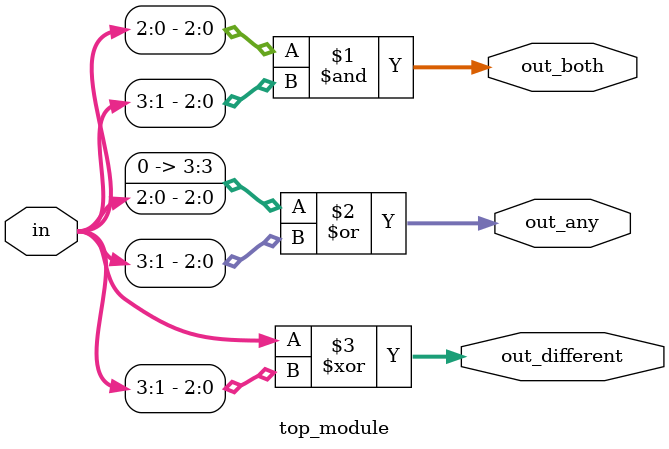
<source format=sv>
module top_module (
    input [3:0] in,
    output [2:0] out_both,
    output [3:0] out_any,
    output [3:0] out_different
);

assign out_both = in[2:0] & in[3:1];
assign out_any = {1'b0, in[2:0]} | in[3:1];
assign out_different = in ^ in[3:1];

endmodule

</source>
